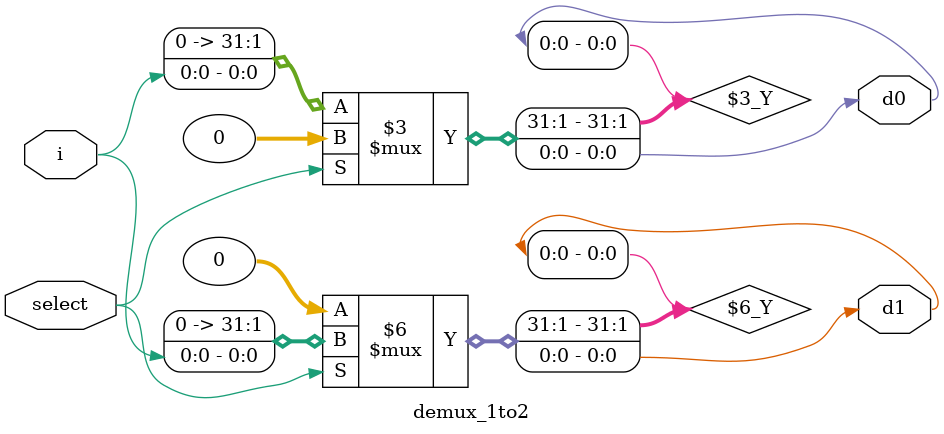
<source format=v>
`timescale 1ns / 1ps

module demux_1to2(
    input i,
    input select,
    output d1,d0
    );
    
    assign d0 = (select == 0) ? i : 0; //do d0=i, if select=0
    assign d1 = (select == 1) ? i : 0; //do d1=i, if select=1
endmodule


</source>
